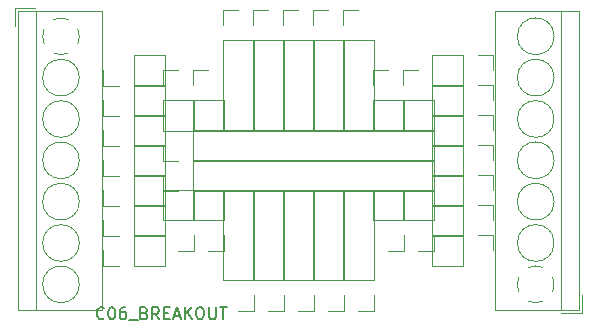
<source format=gbr>
G04 #@! TF.GenerationSoftware,KiCad,Pcbnew,5.1.5-52549c5~86~ubuntu18.04.1*
G04 #@! TF.CreationDate,2020-09-19T01:12:01-05:00*
G04 #@! TF.ProjectId,C06,4330362e-6b69-4636-9164-5f7063625858,rev?*
G04 #@! TF.SameCoordinates,Original*
G04 #@! TF.FileFunction,Legend,Top*
G04 #@! TF.FilePolarity,Positive*
%FSLAX46Y46*%
G04 Gerber Fmt 4.6, Leading zero omitted, Abs format (unit mm)*
G04 Created by KiCad (PCBNEW 5.1.5-52549c5~86~ubuntu18.04.1) date 2020-09-19 01:12:01*
%MOMM*%
%LPD*%
G04 APERTURE LIST*
%ADD10C,0.150000*%
%ADD11C,0.120000*%
G04 APERTURE END LIST*
D10*
X27666666Y-47321742D02*
X27619047Y-47369361D01*
X27476190Y-47416980D01*
X27380952Y-47416980D01*
X27238095Y-47369361D01*
X27142857Y-47274123D01*
X27095238Y-47178885D01*
X27047619Y-46988409D01*
X27047619Y-46845552D01*
X27095238Y-46655076D01*
X27142857Y-46559838D01*
X27238095Y-46464600D01*
X27380952Y-46416980D01*
X27476190Y-46416980D01*
X27619047Y-46464600D01*
X27666666Y-46512219D01*
X28285714Y-46416980D02*
X28380952Y-46416980D01*
X28476190Y-46464600D01*
X28523809Y-46512219D01*
X28571428Y-46607457D01*
X28619047Y-46797933D01*
X28619047Y-47036028D01*
X28571428Y-47226504D01*
X28523809Y-47321742D01*
X28476190Y-47369361D01*
X28380952Y-47416980D01*
X28285714Y-47416980D01*
X28190476Y-47369361D01*
X28142857Y-47321742D01*
X28095238Y-47226504D01*
X28047619Y-47036028D01*
X28047619Y-46797933D01*
X28095238Y-46607457D01*
X28142857Y-46512219D01*
X28190476Y-46464600D01*
X28285714Y-46416980D01*
X29476190Y-46416980D02*
X29285714Y-46416980D01*
X29190476Y-46464600D01*
X29142857Y-46512219D01*
X29047619Y-46655076D01*
X29000000Y-46845552D01*
X29000000Y-47226504D01*
X29047619Y-47321742D01*
X29095238Y-47369361D01*
X29190476Y-47416980D01*
X29380952Y-47416980D01*
X29476190Y-47369361D01*
X29523809Y-47321742D01*
X29571428Y-47226504D01*
X29571428Y-46988409D01*
X29523809Y-46893171D01*
X29476190Y-46845552D01*
X29380952Y-46797933D01*
X29190476Y-46797933D01*
X29095238Y-46845552D01*
X29047619Y-46893171D01*
X29000000Y-46988409D01*
X29761904Y-47512219D02*
X30523809Y-47512219D01*
X31095238Y-46893171D02*
X31238095Y-46940790D01*
X31285714Y-46988409D01*
X31333333Y-47083647D01*
X31333333Y-47226504D01*
X31285714Y-47321742D01*
X31238095Y-47369361D01*
X31142857Y-47416980D01*
X30761904Y-47416980D01*
X30761904Y-46416980D01*
X31095238Y-46416980D01*
X31190476Y-46464600D01*
X31238095Y-46512219D01*
X31285714Y-46607457D01*
X31285714Y-46702695D01*
X31238095Y-46797933D01*
X31190476Y-46845552D01*
X31095238Y-46893171D01*
X30761904Y-46893171D01*
X32333333Y-47416980D02*
X32000000Y-46940790D01*
X31761904Y-47416980D02*
X31761904Y-46416980D01*
X32142857Y-46416980D01*
X32238095Y-46464600D01*
X32285714Y-46512219D01*
X32333333Y-46607457D01*
X32333333Y-46750314D01*
X32285714Y-46845552D01*
X32238095Y-46893171D01*
X32142857Y-46940790D01*
X31761904Y-46940790D01*
X32761904Y-46893171D02*
X33095238Y-46893171D01*
X33238095Y-47416980D02*
X32761904Y-47416980D01*
X32761904Y-46416980D01*
X33238095Y-46416980D01*
X33619047Y-47131266D02*
X34095238Y-47131266D01*
X33523809Y-47416980D02*
X33857142Y-46416980D01*
X34190476Y-47416980D01*
X34523809Y-47416980D02*
X34523809Y-46416980D01*
X35095238Y-47416980D02*
X34666666Y-46845552D01*
X35095238Y-46416980D02*
X34523809Y-46988409D01*
X35714285Y-46416980D02*
X35904761Y-46416980D01*
X36000000Y-46464600D01*
X36095238Y-46559838D01*
X36142857Y-46750314D01*
X36142857Y-47083647D01*
X36095238Y-47274123D01*
X36000000Y-47369361D01*
X35904761Y-47416980D01*
X35714285Y-47416980D01*
X35619047Y-47369361D01*
X35523809Y-47274123D01*
X35476190Y-47083647D01*
X35476190Y-46750314D01*
X35523809Y-46559838D01*
X35619047Y-46464600D01*
X35714285Y-46416980D01*
X36571428Y-46416980D02*
X36571428Y-47226504D01*
X36619047Y-47321742D01*
X36666666Y-47369361D01*
X36761904Y-47416980D01*
X36952380Y-47416980D01*
X37047619Y-47369361D01*
X37095238Y-47321742D01*
X37142857Y-47226504D01*
X37142857Y-46416980D01*
X37476190Y-46416980D02*
X38047619Y-46416980D01*
X37761904Y-47416980D02*
X37761904Y-46416980D01*
D11*
X50540000Y-46730000D02*
X49210000Y-46730000D01*
X50540000Y-45400000D02*
X50540000Y-46730000D01*
X50540000Y-44130000D02*
X47880000Y-44130000D01*
X47880000Y-44130000D02*
X47880000Y-36450000D01*
X50540000Y-44130000D02*
X50540000Y-36450000D01*
X50540000Y-36450000D02*
X47880000Y-36450000D01*
X48000000Y-46730000D02*
X46670000Y-46730000D01*
X48000000Y-45400000D02*
X48000000Y-46730000D01*
X48000000Y-44130000D02*
X45340000Y-44130000D01*
X45340000Y-44130000D02*
X45340000Y-36450000D01*
X48000000Y-44130000D02*
X48000000Y-36450000D01*
X48000000Y-36450000D02*
X45340000Y-36450000D01*
X45460000Y-46730000D02*
X44130000Y-46730000D01*
X45460000Y-45400000D02*
X45460000Y-46730000D01*
X45460000Y-44130000D02*
X42800000Y-44130000D01*
X42800000Y-44130000D02*
X42800000Y-36450000D01*
X45460000Y-44130000D02*
X45460000Y-36450000D01*
X45460000Y-36450000D02*
X42800000Y-36450000D01*
X42920000Y-46730000D02*
X41590000Y-46730000D01*
X42920000Y-45400000D02*
X42920000Y-46730000D01*
X42920000Y-44130000D02*
X40260000Y-44130000D01*
X40260000Y-44130000D02*
X40260000Y-36450000D01*
X42920000Y-44130000D02*
X42920000Y-36450000D01*
X42920000Y-36450000D02*
X40260000Y-36450000D01*
X40380000Y-46730000D02*
X39050000Y-46730000D01*
X40380000Y-45400000D02*
X40380000Y-46730000D01*
X40380000Y-44130000D02*
X37720000Y-44130000D01*
X37720000Y-44130000D02*
X37720000Y-36450000D01*
X40380000Y-44130000D02*
X40380000Y-36450000D01*
X40380000Y-36450000D02*
X37720000Y-36450000D01*
X47880000Y-21210000D02*
X49210000Y-21210000D01*
X47880000Y-22540000D02*
X47880000Y-21210000D01*
X47880000Y-23810000D02*
X50540000Y-23810000D01*
X50540000Y-23810000D02*
X50540000Y-31490000D01*
X47880000Y-23810000D02*
X47880000Y-31490000D01*
X47880000Y-31490000D02*
X50540000Y-31490000D01*
X45340000Y-21210000D02*
X46670000Y-21210000D01*
X45340000Y-22540000D02*
X45340000Y-21210000D01*
X45340000Y-23810000D02*
X48000000Y-23810000D01*
X48000000Y-23810000D02*
X48000000Y-31490000D01*
X45340000Y-23810000D02*
X45340000Y-31490000D01*
X45340000Y-31490000D02*
X48000000Y-31490000D01*
X42800000Y-21210000D02*
X44130000Y-21210000D01*
X42800000Y-22540000D02*
X42800000Y-21210000D01*
X42800000Y-23810000D02*
X45460000Y-23810000D01*
X45460000Y-23810000D02*
X45460000Y-31490000D01*
X42800000Y-23810000D02*
X42800000Y-31490000D01*
X42800000Y-31490000D02*
X45460000Y-31490000D01*
X40260000Y-21210000D02*
X41590000Y-21210000D01*
X40260000Y-22540000D02*
X40260000Y-21210000D01*
X40260000Y-23810000D02*
X42920000Y-23810000D01*
X42920000Y-23810000D02*
X42920000Y-31490000D01*
X40260000Y-23810000D02*
X40260000Y-31490000D01*
X40260000Y-31490000D02*
X42920000Y-31490000D01*
X37720000Y-21210000D02*
X39050000Y-21210000D01*
X37720000Y-22540000D02*
X37720000Y-21210000D01*
X37720000Y-23810000D02*
X40380000Y-23810000D01*
X40380000Y-23810000D02*
X40380000Y-31490000D01*
X37720000Y-23810000D02*
X37720000Y-31490000D01*
X37720000Y-31490000D02*
X40380000Y-31490000D01*
X55620000Y-41650000D02*
X54290000Y-41650000D01*
X55620000Y-40320000D02*
X55620000Y-41650000D01*
X55620000Y-39050000D02*
X52960000Y-39050000D01*
X52960000Y-39050000D02*
X52960000Y-36450000D01*
X55620000Y-39050000D02*
X55620000Y-36450000D01*
X55620000Y-36450000D02*
X52960000Y-36450000D01*
X53080000Y-41650000D02*
X51750000Y-41650000D01*
X53080000Y-40320000D02*
X53080000Y-41650000D01*
X53080000Y-39050000D02*
X50420000Y-39050000D01*
X50420000Y-39050000D02*
X50420000Y-36450000D01*
X53080000Y-39050000D02*
X53080000Y-36450000D01*
X53080000Y-36450000D02*
X50420000Y-36450000D01*
X37840000Y-41650000D02*
X36510000Y-41650000D01*
X37840000Y-40320000D02*
X37840000Y-41650000D01*
X37840000Y-39050000D02*
X35180000Y-39050000D01*
X35180000Y-39050000D02*
X35180000Y-36450000D01*
X37840000Y-39050000D02*
X37840000Y-36450000D01*
X37840000Y-36450000D02*
X35180000Y-36450000D01*
X35300000Y-41650000D02*
X33970000Y-41650000D01*
X35300000Y-40320000D02*
X35300000Y-41650000D01*
X35300000Y-39050000D02*
X32640000Y-39050000D01*
X32640000Y-39050000D02*
X32640000Y-36450000D01*
X35300000Y-39050000D02*
X35300000Y-36450000D01*
X35300000Y-36450000D02*
X32640000Y-36450000D01*
X52960000Y-26290000D02*
X54290000Y-26290000D01*
X52960000Y-27620000D02*
X52960000Y-26290000D01*
X52960000Y-28890000D02*
X55620000Y-28890000D01*
X55620000Y-28890000D02*
X55620000Y-31490000D01*
X52960000Y-28890000D02*
X52960000Y-31490000D01*
X52960000Y-31490000D02*
X55620000Y-31490000D01*
X50420000Y-26290000D02*
X51750000Y-26290000D01*
X50420000Y-27620000D02*
X50420000Y-26290000D01*
X50420000Y-28890000D02*
X53080000Y-28890000D01*
X53080000Y-28890000D02*
X53080000Y-31490000D01*
X50420000Y-28890000D02*
X50420000Y-31490000D01*
X50420000Y-31490000D02*
X53080000Y-31490000D01*
X35180000Y-26290000D02*
X36510000Y-26290000D01*
X35180000Y-27620000D02*
X35180000Y-26290000D01*
X35180000Y-28890000D02*
X37840000Y-28890000D01*
X37840000Y-28890000D02*
X37840000Y-31490000D01*
X35180000Y-28890000D02*
X35180000Y-31490000D01*
X35180000Y-31490000D02*
X37840000Y-31490000D01*
X32640000Y-26290000D02*
X33970000Y-26290000D01*
X32640000Y-27620000D02*
X32640000Y-26290000D01*
X32640000Y-28890000D02*
X35300000Y-28890000D01*
X35300000Y-28890000D02*
X35300000Y-31490000D01*
X32640000Y-28890000D02*
X32640000Y-31490000D01*
X32640000Y-31490000D02*
X35300000Y-31490000D01*
X60634000Y-40260000D02*
X60634000Y-41590000D01*
X59304000Y-40260000D02*
X60634000Y-40260000D01*
X58034000Y-40260000D02*
X58034000Y-42920000D01*
X58034000Y-42920000D02*
X55434000Y-42920000D01*
X58034000Y-40260000D02*
X55434000Y-40260000D01*
X55434000Y-40260000D02*
X55434000Y-42920000D01*
X60634000Y-37720000D02*
X60634000Y-39050000D01*
X59304000Y-37720000D02*
X60634000Y-37720000D01*
X58034000Y-37720000D02*
X58034000Y-40380000D01*
X58034000Y-40380000D02*
X55434000Y-40380000D01*
X58034000Y-37720000D02*
X55434000Y-37720000D01*
X55434000Y-37720000D02*
X55434000Y-40380000D01*
X60634000Y-35180000D02*
X60634000Y-36510000D01*
X59304000Y-35180000D02*
X60634000Y-35180000D01*
X58034000Y-35180000D02*
X58034000Y-37840000D01*
X58034000Y-37840000D02*
X55434000Y-37840000D01*
X58034000Y-35180000D02*
X55434000Y-35180000D01*
X55434000Y-35180000D02*
X55434000Y-37840000D01*
X60634000Y-32640000D02*
X60634000Y-33970000D01*
X59304000Y-32640000D02*
X60634000Y-32640000D01*
X58034000Y-32640000D02*
X58034000Y-35300000D01*
X58034000Y-35300000D02*
X55434000Y-35300000D01*
X58034000Y-32640000D02*
X55434000Y-32640000D01*
X55434000Y-32640000D02*
X55434000Y-35300000D01*
X60634000Y-30100000D02*
X60634000Y-31430000D01*
X59304000Y-30100000D02*
X60634000Y-30100000D01*
X58034000Y-30100000D02*
X58034000Y-32760000D01*
X58034000Y-32760000D02*
X55434000Y-32760000D01*
X58034000Y-30100000D02*
X55434000Y-30100000D01*
X55434000Y-30100000D02*
X55434000Y-32760000D01*
X60634000Y-27560000D02*
X60634000Y-28890000D01*
X59304000Y-27560000D02*
X60634000Y-27560000D01*
X58034000Y-27560000D02*
X58034000Y-30220000D01*
X58034000Y-30220000D02*
X55434000Y-30220000D01*
X58034000Y-27560000D02*
X55434000Y-27560000D01*
X55434000Y-27560000D02*
X55434000Y-30220000D01*
X60634000Y-25020000D02*
X60634000Y-26350000D01*
X59304000Y-25020000D02*
X60634000Y-25020000D01*
X58034000Y-25020000D02*
X58034000Y-27680000D01*
X58034000Y-27680000D02*
X55434000Y-27680000D01*
X58034000Y-25020000D02*
X55434000Y-25020000D01*
X55434000Y-25020000D02*
X55434000Y-27680000D01*
X27626000Y-42920000D02*
X27626000Y-41590000D01*
X28956000Y-42920000D02*
X27626000Y-42920000D01*
X30226000Y-42920000D02*
X30226000Y-40260000D01*
X30226000Y-40260000D02*
X32826000Y-40260000D01*
X30226000Y-42920000D02*
X32826000Y-42920000D01*
X32826000Y-42920000D02*
X32826000Y-40260000D01*
X27626000Y-40380000D02*
X27626000Y-39050000D01*
X28956000Y-40380000D02*
X27626000Y-40380000D01*
X30226000Y-40380000D02*
X30226000Y-37720000D01*
X30226000Y-37720000D02*
X32826000Y-37720000D01*
X30226000Y-40380000D02*
X32826000Y-40380000D01*
X32826000Y-40380000D02*
X32826000Y-37720000D01*
X27626000Y-37840000D02*
X27626000Y-36510000D01*
X28956000Y-37840000D02*
X27626000Y-37840000D01*
X30226000Y-37840000D02*
X30226000Y-35180000D01*
X30226000Y-35180000D02*
X32826000Y-35180000D01*
X30226000Y-37840000D02*
X32826000Y-37840000D01*
X32826000Y-37840000D02*
X32826000Y-35180000D01*
X27626000Y-35300000D02*
X27626000Y-33970000D01*
X28956000Y-35300000D02*
X27626000Y-35300000D01*
X30226000Y-35300000D02*
X30226000Y-32640000D01*
X30226000Y-32640000D02*
X32826000Y-32640000D01*
X30226000Y-35300000D02*
X32826000Y-35300000D01*
X32826000Y-35300000D02*
X32826000Y-32640000D01*
X27626000Y-32760000D02*
X27626000Y-31430000D01*
X28956000Y-32760000D02*
X27626000Y-32760000D01*
X30226000Y-32760000D02*
X30226000Y-30100000D01*
X30226000Y-30100000D02*
X32826000Y-30100000D01*
X30226000Y-32760000D02*
X32826000Y-32760000D01*
X32826000Y-32760000D02*
X32826000Y-30100000D01*
X27626000Y-30220000D02*
X27626000Y-28890000D01*
X28956000Y-30220000D02*
X27626000Y-30220000D01*
X30226000Y-30220000D02*
X30226000Y-27560000D01*
X30226000Y-27560000D02*
X32826000Y-27560000D01*
X30226000Y-30220000D02*
X32826000Y-30220000D01*
X32826000Y-30220000D02*
X32826000Y-27560000D01*
X27626000Y-27680000D02*
X27626000Y-26350000D01*
X28956000Y-27680000D02*
X27626000Y-27680000D01*
X30226000Y-27680000D02*
X30226000Y-25020000D01*
X30226000Y-25020000D02*
X32826000Y-25020000D01*
X30226000Y-27680000D02*
X32826000Y-27680000D01*
X32826000Y-27680000D02*
X32826000Y-25020000D01*
X32640000Y-36570000D02*
X32640000Y-35240000D01*
X33970000Y-36570000D02*
X32640000Y-36570000D01*
X35240000Y-36570000D02*
X35240000Y-33910000D01*
X35240000Y-33910000D02*
X55620000Y-33910000D01*
X35240000Y-36570000D02*
X55620000Y-36570000D01*
X55620000Y-36570000D02*
X55620000Y-33910000D01*
X32640000Y-34030000D02*
X32640000Y-32700000D01*
X33970000Y-34030000D02*
X32640000Y-34030000D01*
X35240000Y-34030000D02*
X35240000Y-31370000D01*
X35240000Y-31370000D02*
X55620000Y-31370000D01*
X35240000Y-34030000D02*
X55620000Y-34030000D01*
X55620000Y-34030000D02*
X55620000Y-31370000D01*
X68126800Y-46870000D02*
X68126800Y-45370000D01*
X66386800Y-46870000D02*
X68126800Y-46870000D01*
X60766800Y-21310000D02*
X67886800Y-21310000D01*
X60766800Y-46630000D02*
X67886800Y-46630000D01*
X67886800Y-46630000D02*
X67886800Y-21310000D01*
X60766800Y-46630000D02*
X60766800Y-21310000D01*
X66326800Y-46630000D02*
X66326800Y-21310000D01*
X65781800Y-23470000D02*
G75*
G03X65781800Y-23470000I-1555000J0D01*
G01*
X65781800Y-26970000D02*
G75*
G03X65781800Y-26970000I-1555000J0D01*
G01*
X65781800Y-30470000D02*
G75*
G03X65781800Y-30470000I-1555000J0D01*
G01*
X65781800Y-33970000D02*
G75*
G03X65781800Y-33970000I-1555000J0D01*
G01*
X65781800Y-37470000D02*
G75*
G03X65781800Y-37470000I-1555000J0D01*
G01*
X65781800Y-40970000D02*
G75*
G03X65781800Y-40970000I-1555000J0D01*
G01*
X65782292Y-44442989D02*
G75*
G02X65658800Y-45078000I-1555492J-27011D01*
G01*
X64834542Y-45902109D02*
G75*
G02X63618800Y-45902000I-607742J1432109D01*
G01*
X62794691Y-45077742D02*
G75*
G02X62794800Y-43862000I1432109J607742D01*
G01*
X63619058Y-43037891D02*
G75*
G02X64834800Y-43038000I607742J-1432109D01*
G01*
X65658185Y-43862413D02*
G75*
G02X65781800Y-44470000I-1431385J-607587D01*
G01*
X20133200Y-21070000D02*
X20133200Y-22570000D01*
X21873200Y-21070000D02*
X20133200Y-21070000D01*
X27493200Y-46630000D02*
X20373200Y-46630000D01*
X27493200Y-21310000D02*
X20373200Y-21310000D01*
X20373200Y-21310000D02*
X20373200Y-46630000D01*
X27493200Y-21310000D02*
X27493200Y-46630000D01*
X21933200Y-21310000D02*
X21933200Y-46630000D01*
X25588200Y-44470000D02*
G75*
G03X25588200Y-44470000I-1555000J0D01*
G01*
X25588200Y-40970000D02*
G75*
G03X25588200Y-40970000I-1555000J0D01*
G01*
X25588200Y-37470000D02*
G75*
G03X25588200Y-37470000I-1555000J0D01*
G01*
X25588200Y-33970000D02*
G75*
G03X25588200Y-33970000I-1555000J0D01*
G01*
X25588200Y-30470000D02*
G75*
G03X25588200Y-30470000I-1555000J0D01*
G01*
X25588200Y-26970000D02*
G75*
G03X25588200Y-26970000I-1555000J0D01*
G01*
X22477708Y-23497011D02*
G75*
G02X22601200Y-22862000I1555492J27011D01*
G01*
X23425458Y-22037891D02*
G75*
G02X24641200Y-22038000I607742J-1432109D01*
G01*
X25465309Y-22862258D02*
G75*
G02X25465200Y-24078000I-1432109J-607742D01*
G01*
X24640942Y-24902109D02*
G75*
G02X23425200Y-24902000I-607742J1432109D01*
G01*
X22601815Y-24077587D02*
G75*
G02X22478200Y-23470000I1431385J607587D01*
G01*
M02*

</source>
